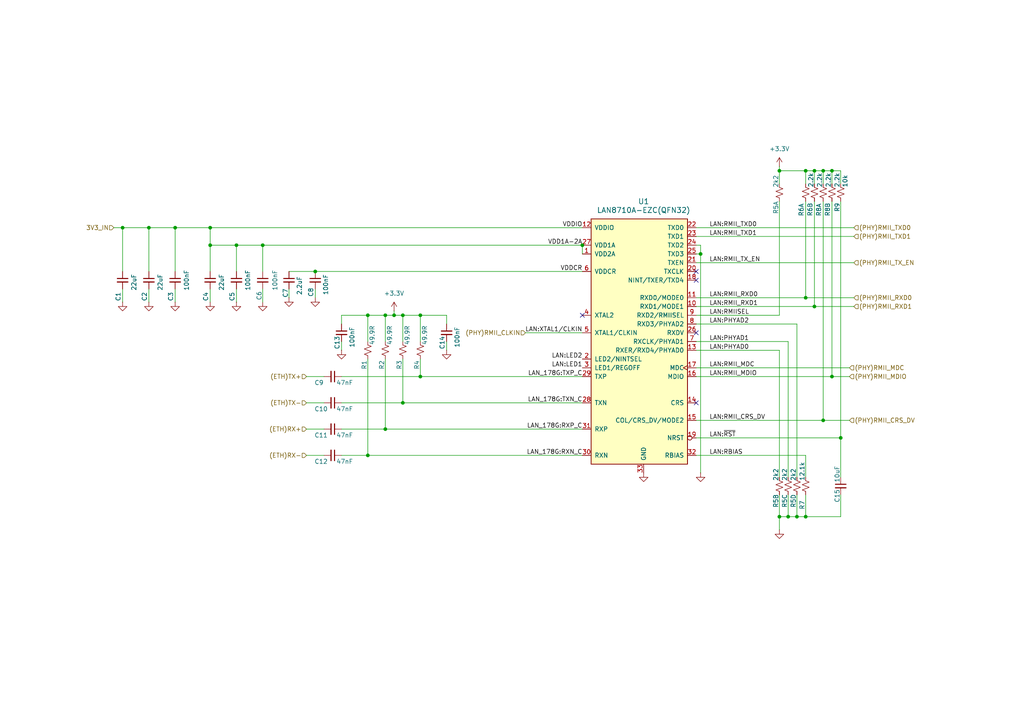
<source format=kicad_sch>
(kicad_sch (version 20231120) (generator "eeschema") (generator_version "8.0")
  (paper "A4")
  (lib_symbols
    (symbol "Device:C_Small" (pin_numbers hide) (pin_names (offset 0.254) hide)
      (property "Reference" "C" (at 0.254 1.778 0))
      (property "Value" "C_Small" (at 0.254 -2.032 0))
      (symbol "C_Small_0_1"
        (polyline (pts (xy -1.524 -0.508) (xy 1.524 -0.508)) (stroke (width 0.3302)))
        (polyline (pts (xy -1.524 0.508) (xy 1.524 0.508)) (stroke (width 0.3048)))
      )
      (symbol "C_Small_1_1"
        (pin passive line (at 0 2.54 270) (length 2.032) (name "~") (number "1"))
        (pin passive line (at 0 -2.54 90) (length 2.032) (name "~") (number "2"))
      )
    )
    (symbol "Device:R_Small_US" (pin_numbers hide) (pin_names (offset 0.254) hide)
      (property "Reference" "R" (at 0.762 0.508 0))
      (property "Value" "R_Small_US" (at 0.762 -1.016 0))
      (symbol "R_Small_US_1_1"
        (polyline (pts (xy 0 0) (xy 1.016 -0.381) (xy 0 -0.762) (xy -1.016 -1.143) (xy 0 -1.524)))
        (polyline (pts (xy 0 1.524) (xy 1.016 1.143) (xy 0 0.762) (xy -1.016 0.381) (xy 0 0)))
        (pin passive line (at 0 2.54 270) (length 1.016) (name "~") (number "1"))
        (pin passive line (at 0 -2.54 90) (length 1.016) (name "~") (number "2"))
      )
    )
    (symbol "ESP32-EVB_Rev_K1:LAN8710A-EZC(QFN32)" (pin_names (offset 1.016))
      (property "Reference" "U6" (at 0 40.64 0))
      (property "Value" "LAN8710A-EZC(QFN32)" (at 0 38.1 0))
      (symbol "LAN8710A-EZC(QFN32)_0_1"
        (rectangle (start -15.24 35.56) (end 12.7 -35.56) (stroke (width 0.254)) (fill (type background)))
      )
      (symbol "LAN8710A-EZC(QFN32)_1_1"
        (pin power_in line (at -17.78 25.4 0) (length 2.4892) (name "VDD2A") (number "1"))
        (pin bidirectional line (at 15.24 10.16 180) (length 2.4892) (name "RXD1/MODE1") (number "10"))
        (pin bidirectional line (at 15.24 12.7 180) (length 2.4892) (name "RXD0/MODE0") (number "11"))
        (pin power_in line (at -17.78 33.02 0) (length 2.4892) (name "VDDIO") (number "12"))
        (pin bidirectional line (at 15.24 -2.54 180) (length 2.4892) (name "RXER/RXD4/PHYAD0") (number "13"))
        (pin output line (at 15.24 -17.78 180) (length 2.4892) (name "CRS") (number "14"))
        (pin bidirectional line (at 15.24 -22.86 180) (length 2.4892) (name "COL/CRS_DV/MODE2") (number "15"))
        (pin bidirectional line (at 15.24 -10.16 180) (length 2.4892) (name "MDIO") (number "16"))
        (pin input clock (at 15.24 -7.62 180) (length 2.4892) (name "MDC") (number "17"))
        (pin bidirectional line (at 15.24 17.78 180) (length 2.4892) (name "NINT/TXER/TXD4") (number "18"))
        (pin input inverted (at 15.24 -27.94 180) (length 2.4892) (name "NRST") (number "19"))
        (pin bidirectional line (at -17.78 -5.08 0) (length 2.4892) (name "LED2/NINTSEL") (number "2"))
        (pin output line (at 15.24 20.32 180) (length 2.4892) (name "TXCLK") (number "20"))
        (pin input line (at 15.24 22.86 180) (length 2.4892) (name "TXEN") (number "21"))
        (pin input line (at 15.24 33.02 180) (length 2.4892) (name "TXD0") (number "22"))
        (pin input line (at 15.24 30.48 180) (length 2.4892) (name "TXD1") (number "23"))
        (pin input line (at 15.24 27.94 180) (length 2.4892) (name "TXD2") (number "24"))
        (pin input line (at 15.24 25.4 180) (length 2.4892) (name "TXD3") (number "25"))
        (pin output line (at 15.24 2.54 180) (length 2.4892) (name "RXDV") (number "26"))
        (pin power_in line (at -17.78 27.94 0) (length 2.4892) (name "VDD1A") (number "27"))
        (pin output line (at -17.78 -17.78 0) (length 2.4892) (name "TXN") (number "28"))
        (pin output line (at -17.78 -10.16 0) (length 2.4892) (name "TXP") (number "29"))
        (pin bidirectional line (at -17.78 -7.62 0) (length 2.4892) (name "LED1/REGOFF") (number "3"))
        (pin input line (at -17.78 -33.02 0) (length 2.4892) (name "RXN") (number "30"))
        (pin input line (at -17.78 -25.4 0) (length 2.4892) (name "RXP") (number "31"))
        (pin input line (at 15.24 -33.02 180) (length 2.4892) (name "RBIAS") (number "32"))
        (pin power_in line (at 0 -38.1 90) (length 2.4892) (name "GND") (number "33"))
        (pin output line (at -17.78 7.62 0) (length 2.4892) (name "XTAL2") (number "4"))
        (pin input line (at -17.78 2.54 0) (length 2.4892) (name "XTAL1/CLKIN") (number "5"))
        (pin power_in line (at -17.78 20.32 0) (length 2.4892) (name "VDDCR") (number "6"))
        (pin bidirectional line (at 15.24 0 180) (length 2.4892) (name "RXCLK/PHYAD1") (number "7"))
        (pin bidirectional line (at 15.24 5.08 180) (length 2.4892) (name "RXD3/PHYAD2") (number "8"))
        (pin bidirectional line (at 15.24 7.62 180) (length 2.4892) (name "RXD2/RMIISEL") (number "9"))
      )
    )
    (symbol "power:+3.3V" (power) (pin_numbers hide) (pin_names (offset 0) hide)
      (property "Value" "+3.3V" (at 0 3.556 0))
      (symbol "+3.3V_0_1"
        (polyline (pts (xy -0.762 1.27) (xy 0 2.54)))
        (polyline (pts (xy 0 0) (xy 0 2.54)))
        (polyline (pts (xy 0 2.54) (xy 0.762 1.27)))
      )
      (symbol "+3.3V_1_1"
        (pin power_in line (at 0 0 90) (length 0) (name "~") (number "1"))
      )
    )
    (symbol "power:GND" (power) (pin_numbers hide) (pin_names (offset 0) hide)
      (property "Value" "GND" (at 0 -3.81 0))
      (symbol "GND_0_1"
        (polyline (pts (xy 0 0) (xy 0 -1.27) (xy 1.27 -1.27) (xy 0 -2.54) (xy -1.27 -1.27) (xy 0 -1.27)))
      )
      (symbol "GND_1_1"
        (pin power_in line (at 0 0 270) (length 0) (name "~") (number "1"))
      )
    )
    (symbol "tlmModule:R_Pack_2_US" (pin_numbers hide) (pin_names (offset 0.254) hide)
      (property "Reference" "R" (at 0.762 0.508 0))
      (property "Value" "R_Pack_2_US" (at 0.762 -1.016 0))
      (symbol "R_Pack_2_US_1_1"
        (polyline (pts (xy 0 0) (xy 1.016 -0.381) (xy 0 -0.762) (xy -1.016 -1.143) (xy 0 -1.524)))
        (polyline (pts (xy 0 1.524) (xy 1.016 1.143) (xy 0 0.762) (xy -1.016 0.381) (xy 0 0)))
        (pin passive line (at 0 2.54 270) (length 1.016) (name "~") (number "1"))
        (pin passive line (at 0 -2.54 90) (length 1.016) (name "~") (number "2"))
      )
      (symbol "R_Pack_2_US_2_1"
        (polyline (pts (xy 0 0) (xy 1.016 -0.381) (xy 0 -0.762) (xy -1.016 -1.143) (xy 0 -1.524)))
        (polyline (pts (xy 0 1.524) (xy 1.016 1.143) (xy 0 0.762) (xy -1.016 0.381) (xy 0 0)))
        (pin passive line (at 0 2.54 270) (length 1.016) (name "~") (number "3"))
        (pin passive line (at 0 -2.54 90) (length 1.016) (name "~") (number "4"))
      )
    )
    (symbol "tlmModule:R_Pack_4_US" (pin_numbers hide) (pin_names (offset 0.254) hide)
      (property "Reference" "R" (at 0.762 0.508 0))
      (property "Value" "R_Pack_4_US" (at 0.762 -1.016 0))
      (symbol "R_Pack_4_US_1_1"
        (polyline (pts (xy 0 0) (xy 1.016 -0.381) (xy 0 -0.762) (xy -1.016 -1.143) (xy 0 -1.524)))
        (polyline (pts (xy 0 1.524) (xy 1.016 1.143) (xy 0 0.762) (xy -1.016 0.381) (xy 0 0)))
        (pin passive line (at 0 2.54 270) (length 1.016) (name "~") (number "1"))
        (pin passive line (at 0 -2.54 90) (length 1.016) (name "~") (number "2"))
      )
      (symbol "R_Pack_4_US_2_1"
        (polyline (pts (xy 0 0) (xy 1.016 -0.381) (xy 0 -0.762) (xy -1.016 -1.143) (xy 0 -1.524)))
        (polyline (pts (xy 0 1.524) (xy 1.016 1.143) (xy 0 0.762) (xy -1.016 0.381) (xy 0 0)))
        (pin passive line (at 0 2.54 270) (length 1.016) (name "~") (number "3"))
        (pin passive line (at 0 -2.54 90) (length 1.016) (name "~") (number "4"))
      )
      (symbol "R_Pack_4_US_3_1"
        (polyline (pts (xy 0 0) (xy 1.016 -0.381) (xy 0 -0.762) (xy -1.016 -1.143) (xy 0 -1.524)))
        (polyline (pts (xy 0 1.524) (xy 1.016 1.143) (xy 0 0.762) (xy -1.016 0.381) (xy 0 0)))
        (pin passive line (at 0 2.54 270) (length 1.016) (name "~") (number "5"))
        (pin passive line (at 0 -2.54 90) (length 1.016) (name "~") (number "6"))
      )
      (symbol "R_Pack_4_US_4_1"
        (polyline (pts (xy 0 0) (xy 1.016 -0.381) (xy 0 -0.762) (xy -1.016 -1.143) (xy 0 -1.524)))
        (polyline (pts (xy 0 1.524) (xy 1.016 1.143) (xy 0 0.762) (xy -1.016 0.381) (xy 0 0)))
        (pin passive line (at 0 2.54 270) (length 1.016) (name "~") (number "7"))
        (pin passive line (at 0 -2.54 90) (length 1.016) (name "~") (number "8"))
      )
    )
  )
  (junction (at 236.22 49.53))
  (junction (at 121.92 109.22))
  (junction (at 228.6 149.86))
  (junction (at 91.44 78.74))
  (junction (at 106.68 91.44))
  (junction (at 116.84 116.84))
  (junction (at 241.3 49.53))
  (junction (at 231.14 149.86))
  (junction (at 226.06 149.86))
  (junction (at 233.68 86.36))
  (junction (at 106.68 132.08))
  (junction (at 60.96 71.12))
  (junction (at 114.3 91.44))
  (junction (at 111.76 124.46))
  (junction (at 121.92 91.44))
  (junction (at 238.76 49.53))
  (junction (at 111.76 91.44))
  (junction (at 116.84 91.44))
  (junction (at 60.96 66.04))
  (junction (at 243.84 127))
  (junction (at 168.91 71.12))
  (junction (at 35.56 66.04))
  (junction (at 50.8 66.04))
  (junction (at 236.22 88.9))
  (junction (at 76.2 71.12))
  (junction (at 43.18 66.04))
  (junction (at 233.68 149.86))
  (junction (at 241.3 109.22))
  (junction (at 233.68 49.53))
  (junction (at 68.58 71.12))
  (junction (at 203.2 73.66))
  (junction (at 238.76 121.92))
  (junction (at 226.06 49.53))
  (no_connect (at 201.93 81.28))
  (no_connect (at 201.93 96.52))
  (no_connect (at 201.93 116.84))
  (no_connect (at 201.93 78.74))
  (no_connect (at 168.91 91.44))
  (wire (pts (xy 201.93 66.04) (xy 247.65 66.04)))
  (wire (pts (xy 236.22 88.9) (xy 247.65 88.9)))
  (wire (pts (xy 50.8 66.04) (xy 60.96 66.04)))
  (wire (pts (xy 243.84 149.86) (xy 233.68 149.86)))
  (wire (pts (xy 233.68 132.08) (xy 233.68 138.43)))
  (wire (pts (xy 201.93 76.2) (xy 247.65 76.2)))
  (wire (pts (xy 201.93 88.9) (xy 236.22 88.9)))
  (wire (pts (xy 233.68 53.34) (xy 233.68 49.53)))
  (wire (pts (xy 43.18 87.63) (xy 43.18 83.82)))
  (wire (pts (xy 60.96 66.04) (xy 168.91 66.04)))
  (wire (pts (xy 50.8 78.74) (xy 50.8 66.04)))
  (wire (pts (xy 233.68 86.36) (xy 247.65 86.36)))
  (wire (pts (xy 201.93 101.6) (xy 226.06 101.6)))
  (wire (pts (xy 99.06 109.22) (xy 121.92 109.22)))
  (wire (pts (xy 201.93 91.44) (xy 226.06 91.44)))
  (wire (pts (xy 231.14 138.43) (xy 231.14 93.98)))
  (wire (pts (xy 226.06 149.86) (xy 226.06 143.51)))
  (wire (pts (xy 43.18 66.04) (xy 50.8 66.04)))
  (wire (pts (xy 106.68 132.08) (xy 168.91 132.08)))
  (wire (pts (xy 111.76 99.06) (xy 111.76 91.44)))
  (wire (pts (xy 201.93 121.92) (xy 238.76 121.92)))
  (wire (pts (xy 236.22 58.42) (xy 236.22 88.9)))
  (wire (pts (xy 203.2 71.12) (xy 203.2 73.66)))
  (wire (pts (xy 60.96 87.63) (xy 60.96 83.82)))
  (wire (pts (xy 201.93 71.12) (xy 203.2 71.12)))
  (wire (pts (xy 243.84 138.43) (xy 243.84 127)))
  (wire (pts (xy 99.06 124.46) (xy 111.76 124.46)))
  (wire (pts (xy 241.3 53.34) (xy 241.3 49.53)))
  (wire (pts (xy 241.3 49.53) (xy 238.76 49.53)))
  (wire (pts (xy 114.3 91.44) (xy 111.76 91.44)))
  (wire (pts (xy 35.56 87.63) (xy 35.56 83.82)))
  (wire (pts (xy 35.56 78.74) (xy 35.56 66.04)))
  (wire (pts (xy 99.06 132.08) (xy 106.68 132.08)))
  (wire (pts (xy 116.84 91.44) (xy 121.92 91.44)))
  (wire (pts (xy 116.84 116.84) (xy 168.91 116.84)))
  (wire (pts (xy 201.93 127) (xy 243.84 127)))
  (wire (pts (xy 60.96 71.12) (xy 68.58 71.12)))
  (wire (pts (xy 201.93 86.36) (xy 233.68 86.36)))
  (wire (pts (xy 88.9 132.08) (xy 93.98 132.08)))
  (wire (pts (xy 201.93 132.08) (xy 233.68 132.08)))
  (wire (pts (xy 121.92 99.06) (xy 121.92 91.44)))
  (wire (pts (xy 228.6 138.43) (xy 228.6 99.06)))
  (wire (pts (xy 238.76 58.42) (xy 238.76 121.92)))
  (wire (pts (xy 233.68 143.51) (xy 233.68 149.86)))
  (wire (pts (xy 50.8 87.63) (xy 50.8 83.82)))
  (wire (pts (xy 238.76 49.53) (xy 236.22 49.53)))
  (wire (pts (xy 116.84 104.14) (xy 116.84 116.84)))
  (wire (pts (xy 76.2 87.63) (xy 76.2 83.82)))
  (wire (pts (xy 243.84 53.34) (xy 243.84 49.53)))
  (wire (pts (xy 116.84 91.44) (xy 116.84 99.06)))
  (wire (pts (xy 111.76 91.44) (xy 106.68 91.44)))
  (wire (pts (xy 35.56 66.04) (xy 43.18 66.04)))
  (wire (pts (xy 99.06 101.6) (xy 99.06 99.06)))
  (wire (pts (xy 91.44 78.74) (xy 168.91 78.74)))
  (wire (pts (xy 152.4 96.52) (xy 168.91 96.52)))
  (wire (pts (xy 76.2 71.12) (xy 168.91 71.12)))
  (wire (pts (xy 60.96 78.74) (xy 60.96 71.12)))
  (wire (pts (xy 106.68 99.06) (xy 106.68 91.44)))
  (wire (pts (xy 91.44 86.36) (xy 91.44 83.82)))
  (wire (pts (xy 228.6 143.51) (xy 228.6 149.86)))
  (wire (pts (xy 226.06 153.67) (xy 226.06 149.86)))
  (wire (pts (xy 231.14 149.86) (xy 233.68 149.86)))
  (wire (pts (xy 236.22 53.34) (xy 236.22 49.53)))
  (wire (pts (xy 238.76 121.92) (xy 246.38 121.92)))
  (wire (pts (xy 76.2 78.74) (xy 76.2 71.12)))
  (wire (pts (xy 201.93 99.06) (xy 228.6 99.06)))
  (wire (pts (xy 226.06 48.26) (xy 226.06 49.53)))
  (wire (pts (xy 111.76 104.14) (xy 111.76 124.46)))
  (wire (pts (xy 106.68 104.14) (xy 106.68 132.08)))
  (wire (pts (xy 43.18 78.74) (xy 43.18 66.04)))
  (wire (pts (xy 226.06 58.42) (xy 226.06 91.44)))
  (wire (pts (xy 236.22 49.53) (xy 233.68 49.53)))
  (wire (pts (xy 203.2 73.66) (xy 203.2 137.16)))
  (wire (pts (xy 231.14 149.86) (xy 228.6 149.86)))
  (wire (pts (xy 201.93 93.98) (xy 231.14 93.98)))
  (wire (pts (xy 68.58 87.63) (xy 68.58 83.82)))
  (wire (pts (xy 201.93 106.68) (xy 246.38 106.68)))
  (wire (pts (xy 83.82 86.36) (xy 83.82 83.82)))
  (wire (pts (xy 68.58 78.74) (xy 68.58 71.12)))
  (wire (pts (xy 226.06 49.53) (xy 233.68 49.53)))
  (wire (pts (xy 168.91 73.66) (xy 168.91 71.12)))
  (wire (pts (xy 129.54 101.6) (xy 129.54 99.06)))
  (wire (pts (xy 241.3 58.42) (xy 241.3 109.22)))
  (wire (pts (xy 88.9 116.84) (xy 93.98 116.84)))
  (wire (pts (xy 243.84 58.42) (xy 243.84 127)))
  (wire (pts (xy 226.06 49.53) (xy 226.06 53.34)))
  (wire (pts (xy 111.76 124.46) (xy 168.91 124.46)))
  (wire (pts (xy 121.92 109.22) (xy 168.91 109.22)))
  (wire (pts (xy 201.93 109.22) (xy 241.3 109.22)))
  (wire (pts (xy 60.96 66.04) (xy 60.96 71.12)))
  (wire (pts (xy 228.6 149.86) (xy 226.06 149.86)))
  (wire (pts (xy 88.9 124.46) (xy 93.98 124.46)))
  (wire (pts (xy 129.54 91.44) (xy 121.92 91.44)))
  (wire (pts (xy 114.3 90.17) (xy 114.3 91.44)))
  (wire (pts (xy 241.3 109.22) (xy 246.38 109.22)))
  (wire (pts (xy 243.84 143.51) (xy 243.84 149.86)))
  (wire (pts (xy 201.93 68.58) (xy 247.65 68.58)))
  (wire (pts (xy 99.06 93.98) (xy 99.06 91.44)))
  (wire (pts (xy 243.84 49.53) (xy 241.3 49.53)))
  (wire (pts (xy 201.93 73.66) (xy 203.2 73.66)))
  (wire (pts (xy 231.14 143.51) (xy 231.14 149.86)))
  (wire (pts (xy 129.54 93.98) (xy 129.54 91.44)))
  (wire (pts (xy 114.3 91.44) (xy 116.84 91.44)))
  (wire (pts (xy 99.06 91.44) (xy 106.68 91.44)))
  (wire (pts (xy 233.68 58.42) (xy 233.68 86.36)))
  (wire (pts (xy 68.58 71.12) (xy 76.2 71.12)))
  (wire (pts (xy 226.06 101.6) (xy 226.06 138.43)))
  (wire (pts (xy 88.9 109.22) (xy 93.98 109.22)))
  (wire (pts (xy 238.76 53.34) (xy 238.76 49.53)))
  (wire (pts (xy 121.92 104.14) (xy 121.92 109.22)))
  (wire (pts (xy 33.02 66.04) (xy 35.56 66.04)))
  (wire (pts (xy 99.06 116.84) (xy 116.84 116.84)))
  (wire (pts (xy 83.82 78.74) (xy 91.44 78.74)))
  (label "LAN:PHYAD2" (at 205.74 93.98 0))
  (label "LAN:PHYAD1" (at 205.74 99.06 0))
  (label "VDDIO" (at 168.91 66.04 180))
  (label "LAN_178G:RXN_C" (at 168.91 132.08 180))
  (label "LAN:RMII_TXD1" (at 205.74 68.58 0))
  (label "LAN:RMII_MDIO" (at 205.74 109.22 0))
  (label "LAN:RMII_TX_EN" (at 205.74 76.2 0))
  (label "LAN:RMII_MDC" (at 205.74 106.68 0))
  (label "LAN:RMII_CRS_DV" (at 205.74 121.92 0))
  (label "LAN:RMII_TXD0" (at 205.74 66.04 0))
  (label "LAN:~{RST}" (at 205.74 127 0))
  (label "LAN:RBIAS" (at 205.74 132.08 0))
  (label "LAN_178G:TXP_C" (at 168.91 109.22 180))
  (label "LAN:RMII_RXD0" (at 205.74 86.36 0))
  (label "LAN:RMII_RXD1" (at 205.74 88.9 0))
  (label "LAN:RMIISEL" (at 205.74 91.44 0))
  (label "LAN:LED1" (at 168.91 106.68 180))
  (label "LAN:XTAL1{slash}CLKIN" (at 168.91 96.52 180))
  (label "LAN:PHYAD0" (at 205.74 101.6 0))
  (label "LAN:LED2" (at 168.91 104.14 180))
  (label "VDD1A-2A" (at 168.91 71.12 180))
  (label "VDDCR" (at 168.91 78.74 180))
  (label "LAN_178G:RXP_C" (at 168.91 124.46 180))
  (label "LAN_178G:TXN_C" (at 168.91 116.84 180))
  (hierarchical_label "(ETH)RX+" (shape input) (at 88.9 124.46 180))
  (hierarchical_label "(ETH)RX-" (shape input) (at 88.9 132.08 180))
  (hierarchical_label "3V3_IN" (shape input) (at 33.02 66.04 180))
  (hierarchical_label "(ETH)TX+" (shape input) (at 88.9 109.22 180))
  (hierarchical_label "(PHY)RMII_TXD1" (shape input) (at 247.65 68.58 0))
  (hierarchical_label "(PHY)RMII_TXD0" (shape input) (at 247.65 66.04 0))
  (hierarchical_label "(PHY)RMII_MDC" (shape input) (at 246.38 106.68 0))
  (hierarchical_label "(PHY)RMII_RXD0" (shape input) (at 247.65 86.36 0))
  (hierarchical_label "(PHY)RMII_RXD1" (shape input) (at 247.65 88.9 0))
  (hierarchical_label "(ETH)TX-" (shape input) (at 88.9 116.84 180))
  (hierarchical_label "(PHY)RMII_MDIO" (shape input) (at 246.38 109.22 0))
  (hierarchical_label "(PHY)RMII_CRS_DV" (shape input) (at 246.38 121.92 0))
  (hierarchical_label "(PHY)RMII_TX_EN" (shape input) (at 247.65 76.2 0))
  (hierarchical_label "(PHY)RMII_CLKIN" (shape input) (at 152.4 96.52 180))
  (symbol (lib_id "power:GND") (at 43.18 87.63 0) (unit 1)
    (property "Reference" "#PWR02" (effects (hide yes)))
    (property "Value" "GND" (effects (hide yes)))
    (property "Description" "Power symbol creates a global label with name \"GND\" , ground" (effects (hide yes)))
  )
  (symbol (lib_id "tlmModule:R_Pack_2_US") (at 238.76 55.88 0) (unit 1)
    (property "Reference" "R8" (at 237.49 62.738 90) (effects (justify left)))
    (property "Value" "2.2k" (at 240.284 54.356 90) (effects (justify left)))
    (property "Description" "Resistor, small US symbol" (effects (hide yes)))
  )
  (symbol (lib_id "Device:R_Small_US") (at 233.68 140.97 0) (unit 1)
    (property "Reference" "R7" (at 232.664 147.828 90) (effects (justify left)))
    (property "Value" "12.1k" (at 232.664 139.446 90) (effects (justify left)))
    (property "Description" "Resistor, small US symbol" (effects (hide yes)))
  )
  (symbol (lib_id "power:GND") (at 60.96 87.63 0) (unit 1)
    (property "Reference" "#PWR04" (effects (hide yes)))
    (property "Value" "GND" (effects (hide yes)))
    (property "Description" "Power symbol creates a global label with name \"GND\" , ground" (effects (hide yes)))
  )
  (symbol (lib_id "power:GND") (at 91.44 86.36 0) (unit 1)
    (property "Reference" "#PWR08" (effects (hide yes)))
    (property "Value" "GND" (effects (hide yes)))
    (property "Description" "Power symbol creates a global label with name \"GND\" , ground" (effects (hide yes)))
  )
  (symbol (lib_id "Device:R_Small_US") (at 121.92 101.6 0) (unit 1)
    (property "Reference" "R4" (at 120.904 107.188 90) (effects (justify left)))
    (property "Value" "49.9R" (at 123.19 100.076 90) (effects (justify left)))
    (property "Description" "Resistor, small US symbol" (effects (hide yes)))
  )
  (symbol (lib_id "power:GND") (at 76.2 87.63 0) (unit 1)
    (property "Reference" "#PWR06" (effects (hide yes)))
    (property "Value" "GND" (effects (hide yes)))
    (property "Description" "Power symbol creates a global label with name \"GND\" , ground" (effects (hide yes)))
  )
  (symbol (lib_id "Device:C_Small") (at 96.52 124.46 270) (mirror x) (unit 1)
    (property "Reference" "C11" (at 91.186 126.238 90) (effects (justify left)))
    (property "Value" "47nF" (at 97.536 126.238 90) (effects (justify left)))
    (property "Description" "Unpolarized capacitor, small symbol" (effects (hide yes)))
  )
  (symbol (lib_id "power:GND") (at 99.06 101.6 0) (unit 1)
    (property "Reference" "#PWR09" (effects (hide yes)))
    (property "Value" "GND" (effects (hide yes)))
    (property "Description" "Power symbol creates a global label with name \"GND\" , ground" (effects (hide yes)))
  )
  (symbol (lib_id "tlmModule:R_Pack_2_US") (at 236.22 55.88 0) (unit 2)
    (property "Reference" "R6" (at 234.95 62.738 90) (effects (justify left)))
    (property "Value" "2.2k" (at 237.744 54.356 90) (effects (justify left)))
    (property "Description" "Resistor, small US symbol" (effects (hide yes)))
  )
  (symbol (lib_id "power:GND") (at 68.58 87.63 0) (unit 1)
    (property "Reference" "#PWR05" (effects (hide yes)))
    (property "Value" "GND" (effects (hide yes)))
    (property "Description" "Power symbol creates a global label with name \"GND\" , ground" (effects (hide yes)))
  )
  (symbol (lib_id "Device:R_Small_US") (at 116.84 101.6 0) (unit 1)
    (property "Reference" "R3" (at 115.824 107.188 90) (effects (justify left)))
    (property "Value" "49.9R" (at 118.11 100.076 90) (effects (justify left)))
    (property "Description" "Resistor, small US symbol" (effects (hide yes)))
  )
  (symbol (lib_id "tlmModule:R_Pack_2_US") (at 233.68 55.88 0) (unit 1)
    (property "Reference" "R6" (at 232.41 62.738 90) (effects (justify left)))
    (property "Value" "2.2k" (at 235.204 54.356 90) (effects (justify left)))
    (property "Description" "Resistor, small US symbol" (effects (hide yes)))
  )
  (symbol (lib_id "power:GND") (at 83.82 86.36 0) (unit 1)
    (property "Reference" "#PWR07" (effects (hide yes)))
    (property "Value" "GND" (effects (hide yes)))
    (property "Description" "Power symbol creates a global label with name \"GND\" , ground" (effects (hide yes)))
  )
  (symbol (lib_id "Device:R_Small_US") (at 106.68 101.6 0) (unit 1)
    (property "Reference" "R1" (at 105.664 107.188 90) (effects (justify left)))
    (property "Value" "49.9R" (at 107.95 100.076 90) (effects (justify left)))
    (property "Description" "Resistor, small US symbol" (effects (hide yes)))
  )
  (symbol (lib_id "Device:C_Small") (at 96.52 116.84 270) (mirror x) (unit 1)
    (property "Reference" "C10" (at 91.186 118.618 90) (effects (justify left)))
    (property "Value" "47nF" (at 97.536 118.618 90) (effects (justify left)))
    (property "Description" "Unpolarized capacitor, small symbol" (effects (hide yes)))
  )
  (symbol (lib_id "Device:R_Small_US") (at 111.76 101.6 0) (unit 1)
    (property "Reference" "R2" (at 110.744 107.188 90) (effects (justify left)))
    (property "Value" "49.9R" (at 113.03 100.076 90) (effects (justify left)))
    (property "Description" "Resistor, small US symbol" (effects (hide yes)))
  )
  (symbol (lib_id "Device:C_Small") (at 96.52 109.22 270) (mirror x) (unit 1)
    (property "Reference" "C9" (at 91.186 110.998 90) (effects (justify left)))
    (property "Value" "47nF" (at 97.536 110.998 90) (effects (justify left)))
    (property "Description" "Unpolarized capacitor, small symbol" (effects (hide yes)))
  )
  (symbol (lib_id "ESP32-EVB_Rev_K1:LAN8710A-EZC(QFN32)") (at 186.69 99.06 0) (unit 1)
    (property "Reference" "U1" (at 186.69 58.42 0) (effects (font (size 1.524 1.524))))
    (property "Value" "LAN8710A-EZC(QFN32)" (at 186.69 60.96 0) (effects (font (size 1.524 1.524))))
    (property "Datasheet" "https://ww1.microchip.com/downloads/en/DeviceDoc/00002164B.pdf" (effects (hide yes)))
  )
  (symbol (lib_id "Device:R_Small_US") (at 243.84 55.88 0) (unit 1)
    (property "Reference" "R9" (at 242.824 61.468 90) (effects (justify left)))
    (property "Value" "10k" (at 245.11 54.356 90) (effects (justify left)))
    (property "Description" "Resistor, small US symbol" (effects (hide yes)))
  )
  (symbol (lib_id "power:GND") (at 129.54 101.6 0) (unit 1)
    (property "Reference" "#PWR011" (effects (hide yes)))
    (property "Value" "GND" (effects (hide yes)))
    (property "Description" "Power symbol creates a global label with name \"GND\" , ground" (effects (hide yes)))
  )
  (symbol (lib_id "Device:C_Small") (at 243.84 140.97 0) (unit 1)
    (property "Reference" "C15" (at 242.824 145.796 90) (effects (justify left)))
    (property "Value" "10uF" (at 242.824 139.954 90) (effects (justify left)))
    (property "Description" "Unpolarized capacitor, small symbol" (effects (hide yes)))
  )
  (symbol (lib_id "power:GND") (at 226.06 153.67 0) (unit 1)
    (property "Reference" "#PWR015" (effects (hide yes)))
    (property "Value" "GND" (effects (hide yes)))
    (property "Description" "Power symbol creates a global label with name \"GND\" , ground" (effects (hide yes)))
  )
  (symbol (lib_id "Device:C_Small") (at 91.44 81.28 0) (unit 1)
    (property "Reference" "C8" (at 90.17 86.106 90) (effects (justify left)))
    (property "Value" "100nF" (at 94.488 85.598 90) (effects (justify left)))
    (property "Description" "Unpolarized capacitor, small symbol" (effects (hide yes)))
  )
  (symbol (lib_id "power:GND") (at 35.56 87.63 0) (unit 1)
    (property "Reference" "#PWR01" (effects (hide yes)))
    (property "Value" "GND" (effects (hide yes)))
    (property "Description" "Power symbol creates a global label with name \"GND\" , ground" (effects (hide yes)))
  )
  (symbol (lib_id "Device:C_Small") (at 96.52 132.08 270) (mirror x) (unit 1)
    (property "Reference" "C12" (at 91.186 133.858 90) (effects (justify left)))
    (property "Value" "47nF" (at 97.536 133.858 90) (effects (justify left)))
    (property "Description" "Unpolarized capacitor, small symbol" (effects (hide yes)))
  )
  (symbol (lib_id "tlmModule:R_Pack_2_US") (at 241.3 55.88 0) (unit 2)
    (property "Reference" "R8" (at 240.03 62.738 90) (effects (justify left)))
    (property "Value" "2.2k" (at 242.824 54.356 90) (effects (justify left)))
    (property "Description" "Resistor, small US symbol" (effects (hide yes)))
  )
  (symbol (lib_id "Device:C_Small") (at 76.2 81.28 0) (unit 1)
    (property "Reference" "C6" (at 75.184 87.122 90) (effects (justify left)))
    (property "Value" "100nF" (at 79.756 84.328 90) (effects (justify left)))
    (property "Description" "Unpolarized capacitor, small symbol" (effects (hide yes)))
  )
  (symbol (lib_id "power:GND") (at 203.2 137.16 0) (unit 1)
    (property "Reference" "#PWR013" (effects (hide yes)))
    (property "Value" "GND" (effects (hide yes)))
    (property "Description" "Power symbol creates a global label with name \"GND\" , ground" (effects (hide yes)))
  )
  (symbol (lib_id "power:GND") (at 50.8 87.63 0) (unit 1)
    (property "Reference" "#PWR03" (effects (hide yes)))
    (property "Value" "GND" (effects (hide yes)))
    (property "Description" "Power symbol creates a global label with name \"GND\" , ground" (effects (hide yes)))
  )
  (symbol (lib_id "Device:C_Small") (at 50.8 81.28 0) (unit 1)
    (property "Reference" "C3" (at 49.53 87.376 90) (effects (justify left)))
    (property "Value" "100nF" (at 54.102 84.328 90) (effects (justify left)))
    (property "Description" "Unpolarized capacitor, small symbol" (effects (hide yes)))
  )
  (symbol (lib_id "tlmModule:R_Pack_4_US") (at 226.06 140.97 180) (unit 2)
    (property "Reference" "R5" (at 225.044 145.288 90))
    (property "Value" "2k2" (at 225.044 137.668 90))
    (property "Description" "Resistor, small US symbol" (effects (hide yes)))
  )
  (symbol (lib_id "power:GND") (at 186.69 137.16 0) (unit 1)
    (property "Reference" "#PWR012" (effects (hide yes)))
    (property "Value" "GND" (effects (hide yes)))
    (property "Description" "Power symbol creates a global label with name \"GND\" , ground" (effects (hide yes)))
  )
  (symbol (lib_id "Device:C_Small") (at 83.82 81.28 0) (unit 1)
    (property "Reference" "C7" (at 82.804 86.36 90) (effects (justify left)))
    (property "Value" "2.2uF" (at 86.868 85.598 90) (effects (justify left)))
    (property "Description" "Unpolarized capacitor, small symbol" (effects (hide yes)))
  )
  (symbol (lib_id "Device:C_Small") (at 35.56 81.28 0) (unit 1)
    (property "Reference" "C1" (at 34.29 87.376 90) (effects (justify left)))
    (property "Value" "22uF" (at 38.862 84.328 90) (effects (justify left)))
    (property "Description" "Unpolarized capacitor, small symbol" (effects (hide yes)))
  )
  (symbol (lib_id "Device:C_Small") (at 129.54 96.52 0) (unit 1)
    (property "Reference" "C14" (at 128.27 101.346 90) (effects (justify left)))
    (property "Value" "100nF" (at 132.588 100.838 90) (effects (justify left)))
    (property "Description" "Unpolarized capacitor, small symbol" (effects (hide yes)))
  )
  (symbol (lib_id "Device:C_Small") (at 68.58 81.28 0) (unit 1)
    (property "Reference" "C5" (at 67.31 87.376 90) (effects (justify left)))
    (property "Value" "100nF" (at 71.882 84.328 90) (effects (justify left)))
    (property "Description" "Unpolarized capacitor, small symbol" (effects (hide yes)))
  )
  (symbol (lib_id "tlmModule:R_Pack_4_US") (at 228.6 140.97 180) (unit 3)
    (property "Reference" "R5" (at 227.584 145.288 90))
    (property "Value" "2k2" (at 227.584 137.668 90))
    (property "Description" "Resistor, small US symbol" (effects (hide yes)))
  )
  (symbol (lib_id "Device:C_Small") (at 43.18 81.28 0) (unit 1)
    (property "Reference" "C2" (at 41.91 87.376 90) (effects (justify left)))
    (property "Value" "22uF" (at 46.482 84.328 90) (effects (justify left)))
    (property "Description" "Unpolarized capacitor, small symbol" (effects (hide yes)))
  )
  (symbol (lib_id "tlmModule:R_Pack_4_US") (at 226.06 55.88 180) (unit 1)
    (property "Reference" "R5" (at 225.044 60.198 90))
    (property "Value" "2k2" (at 225.044 52.578 90))
    (property "Description" "Resistor, small US symbol" (effects (hide yes)))
  )
  (symbol (lib_id "tlmModule:R_Pack_4_US") (at 231.14 140.97 180) (unit 4)
    (property "Reference" "R5" (at 230.124 145.288 90))
    (property "Value" "2k2" (at 230.124 137.668 90))
    (property "Description" "Resistor, small US symbol" (effects (hide yes)))
  )
  (symbol (lib_id "power:+3.3V") (at 114.3 90.17 0) (unit 1)
    (property "Reference" "#PWR010" (effects (hide yes)))
    (property "Value" "+3.3V" (at 114.3 85.09 0))
    (property "Description" "Power symbol creates a global label with name \"+3.3V\"" (effects (hide yes)))
  )
  (symbol (lib_id "Device:C_Small") (at 60.96 81.28 0) (unit 1)
    (property "Reference" "C4" (at 59.69 87.376 90) (effects (justify left)))
    (property "Value" "22uF" (at 64.262 84.328 90) (effects (justify left)))
    (property "Description" "Unpolarized capacitor, small symbol" (effects (hide yes)))
  )
  (symbol (lib_id "power:+3.3V") (at 226.06 48.26 0) (unit 1)
    (property "Reference" "#PWR014" (effects (hide yes)))
    (property "Value" "+3.3V" (at 226.06 43.18 0))
    (property "Description" "Power symbol creates a global label with name \"+3.3V\"" (effects (hide yes)))
  )
  (symbol (lib_id "Device:C_Small") (at 99.06 96.52 0) (unit 1)
    (property "Reference" "C13" (at 97.79 101.346 90) (effects (justify left)))
    (property "Value" "100nF" (at 102.108 100.838 90) (effects (justify left)))
    (property "Description" "Unpolarized capacitor, small symbol" (effects (hide yes)))
  )
)
</source>
